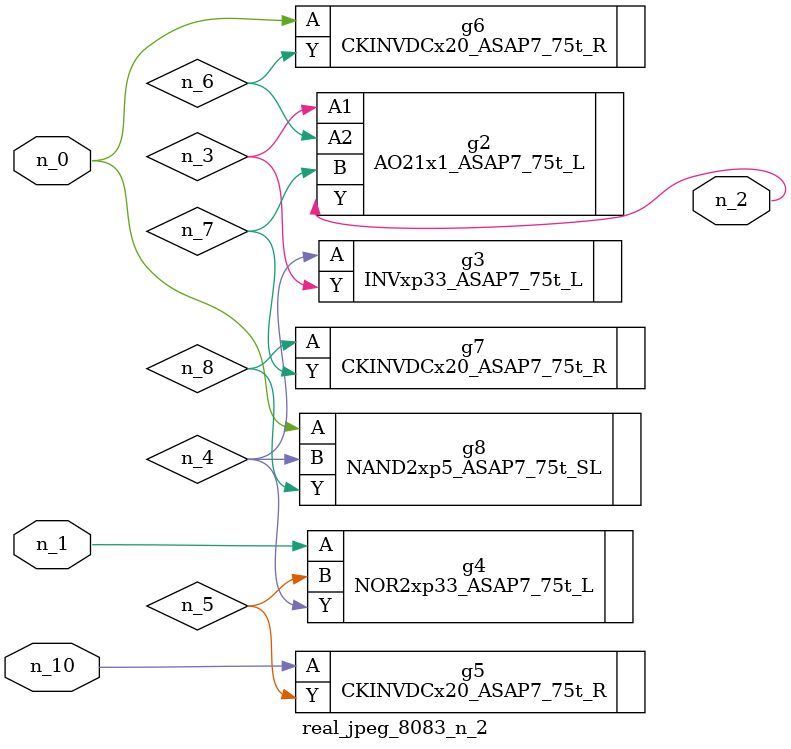
<source format=v>
module real_jpeg_8083_n_2 (n_1, n_10, n_0, n_2);

input n_1;
input n_10;
input n_0;

output n_2;

wire n_5;
wire n_4;
wire n_8;
wire n_6;
wire n_7;
wire n_3;

CKINVDCx20_ASAP7_75t_R g6 ( 
.A(n_0),
.Y(n_6)
);

NAND2xp5_ASAP7_75t_SL g8 ( 
.A(n_0),
.B(n_4),
.Y(n_8)
);

NOR2xp33_ASAP7_75t_L g4 ( 
.A(n_1),
.B(n_5),
.Y(n_4)
);

AO21x1_ASAP7_75t_L g2 ( 
.A1(n_3),
.A2(n_6),
.B(n_7),
.Y(n_2)
);

INVxp33_ASAP7_75t_L g3 ( 
.A(n_4),
.Y(n_3)
);

CKINVDCx20_ASAP7_75t_R g7 ( 
.A(n_8),
.Y(n_7)
);

CKINVDCx20_ASAP7_75t_R g5 ( 
.A(n_10),
.Y(n_5)
);


endmodule
</source>
